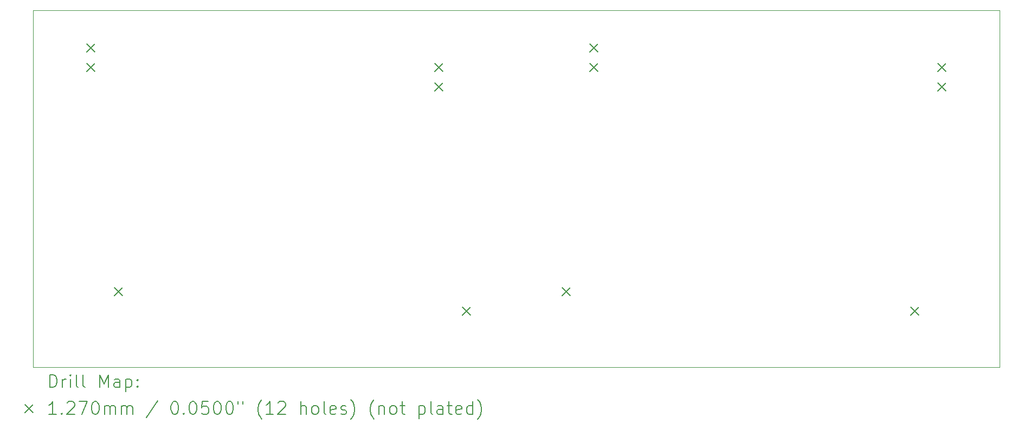
<source format=gbr>
%TF.GenerationSoftware,KiCad,Pcbnew,7.0.10*%
%TF.CreationDate,2024-12-17T00:04:27-07:00*%
%TF.ProjectId,DRXDaughterboard,44525844-6175-4676-9874-6572626f6172,1.1*%
%TF.SameCoordinates,Original*%
%TF.FileFunction,Drillmap*%
%TF.FilePolarity,Positive*%
%FSLAX45Y45*%
G04 Gerber Fmt 4.5, Leading zero omitted, Abs format (unit mm)*
G04 Created by KiCad (PCBNEW 7.0.10) date 2024-12-17 00:04:27*
%MOMM*%
%LPD*%
G01*
G04 APERTURE LIST*
%ADD10C,0.100000*%
%ADD11C,0.200000*%
%ADD12C,0.127000*%
G04 APERTURE END LIST*
D10*
X6675400Y-7018677D02*
X21767000Y-7018677D01*
X21767000Y-12593977D01*
X6675400Y-12593977D01*
X6675400Y-7018677D01*
D11*
D12*
X7507800Y-7539177D02*
X7634800Y-7666177D01*
X7634800Y-7539177D02*
X7507800Y-7666177D01*
X7507800Y-7844177D02*
X7634800Y-7971177D01*
X7634800Y-7844177D02*
X7507800Y-7971177D01*
X7938500Y-11349177D02*
X8065500Y-11476177D01*
X8065500Y-11349177D02*
X7938500Y-11476177D01*
X12945900Y-8149177D02*
X13072900Y-8276177D01*
X13072900Y-8149177D02*
X12945900Y-8276177D01*
X12946000Y-7844177D02*
X13073000Y-7971177D01*
X13073000Y-7844177D02*
X12946000Y-7971177D01*
X13376700Y-11654177D02*
X13503700Y-11781177D01*
X13503700Y-11654177D02*
X13376700Y-11781177D01*
X14938700Y-11349177D02*
X15065700Y-11476177D01*
X15065700Y-11349177D02*
X14938700Y-11476177D01*
X15369400Y-7539177D02*
X15496400Y-7666177D01*
X15496400Y-7539177D02*
X15369400Y-7666177D01*
X15369400Y-7844177D02*
X15496400Y-7971177D01*
X15496400Y-7844177D02*
X15369400Y-7971177D01*
X20376900Y-11654177D02*
X20503900Y-11781177D01*
X20503900Y-11654177D02*
X20376900Y-11781177D01*
X20807500Y-8149177D02*
X20934500Y-8276177D01*
X20934500Y-8149177D02*
X20807500Y-8276177D01*
X20807600Y-7844177D02*
X20934600Y-7971177D01*
X20934600Y-7844177D02*
X20807600Y-7971177D01*
D11*
X6931177Y-12910461D02*
X6931177Y-12710461D01*
X6931177Y-12710461D02*
X6978796Y-12710461D01*
X6978796Y-12710461D02*
X7007367Y-12719985D01*
X7007367Y-12719985D02*
X7026415Y-12739032D01*
X7026415Y-12739032D02*
X7035939Y-12758080D01*
X7035939Y-12758080D02*
X7045463Y-12796175D01*
X7045463Y-12796175D02*
X7045463Y-12824747D01*
X7045463Y-12824747D02*
X7035939Y-12862842D01*
X7035939Y-12862842D02*
X7026415Y-12881890D01*
X7026415Y-12881890D02*
X7007367Y-12900937D01*
X7007367Y-12900937D02*
X6978796Y-12910461D01*
X6978796Y-12910461D02*
X6931177Y-12910461D01*
X7131177Y-12910461D02*
X7131177Y-12777128D01*
X7131177Y-12815223D02*
X7140701Y-12796175D01*
X7140701Y-12796175D02*
X7150224Y-12786651D01*
X7150224Y-12786651D02*
X7169272Y-12777128D01*
X7169272Y-12777128D02*
X7188320Y-12777128D01*
X7254986Y-12910461D02*
X7254986Y-12777128D01*
X7254986Y-12710461D02*
X7245463Y-12719985D01*
X7245463Y-12719985D02*
X7254986Y-12729509D01*
X7254986Y-12729509D02*
X7264510Y-12719985D01*
X7264510Y-12719985D02*
X7254986Y-12710461D01*
X7254986Y-12710461D02*
X7254986Y-12729509D01*
X7378796Y-12910461D02*
X7359748Y-12900937D01*
X7359748Y-12900937D02*
X7350224Y-12881890D01*
X7350224Y-12881890D02*
X7350224Y-12710461D01*
X7483558Y-12910461D02*
X7464510Y-12900937D01*
X7464510Y-12900937D02*
X7454986Y-12881890D01*
X7454986Y-12881890D02*
X7454986Y-12710461D01*
X7712129Y-12910461D02*
X7712129Y-12710461D01*
X7712129Y-12710461D02*
X7778796Y-12853318D01*
X7778796Y-12853318D02*
X7845463Y-12710461D01*
X7845463Y-12710461D02*
X7845463Y-12910461D01*
X8026415Y-12910461D02*
X8026415Y-12805699D01*
X8026415Y-12805699D02*
X8016891Y-12786651D01*
X8016891Y-12786651D02*
X7997844Y-12777128D01*
X7997844Y-12777128D02*
X7959748Y-12777128D01*
X7959748Y-12777128D02*
X7940701Y-12786651D01*
X8026415Y-12900937D02*
X8007367Y-12910461D01*
X8007367Y-12910461D02*
X7959748Y-12910461D01*
X7959748Y-12910461D02*
X7940701Y-12900937D01*
X7940701Y-12900937D02*
X7931177Y-12881890D01*
X7931177Y-12881890D02*
X7931177Y-12862842D01*
X7931177Y-12862842D02*
X7940701Y-12843794D01*
X7940701Y-12843794D02*
X7959748Y-12834271D01*
X7959748Y-12834271D02*
X8007367Y-12834271D01*
X8007367Y-12834271D02*
X8026415Y-12824747D01*
X8121653Y-12777128D02*
X8121653Y-12977128D01*
X8121653Y-12786651D02*
X8140701Y-12777128D01*
X8140701Y-12777128D02*
X8178796Y-12777128D01*
X8178796Y-12777128D02*
X8197844Y-12786651D01*
X8197844Y-12786651D02*
X8207367Y-12796175D01*
X8207367Y-12796175D02*
X8216891Y-12815223D01*
X8216891Y-12815223D02*
X8216891Y-12872366D01*
X8216891Y-12872366D02*
X8207367Y-12891413D01*
X8207367Y-12891413D02*
X8197844Y-12900937D01*
X8197844Y-12900937D02*
X8178796Y-12910461D01*
X8178796Y-12910461D02*
X8140701Y-12910461D01*
X8140701Y-12910461D02*
X8121653Y-12900937D01*
X8302605Y-12891413D02*
X8312129Y-12900937D01*
X8312129Y-12900937D02*
X8302605Y-12910461D01*
X8302605Y-12910461D02*
X8293082Y-12900937D01*
X8293082Y-12900937D02*
X8302605Y-12891413D01*
X8302605Y-12891413D02*
X8302605Y-12910461D01*
X8302605Y-12786651D02*
X8312129Y-12796175D01*
X8312129Y-12796175D02*
X8302605Y-12805699D01*
X8302605Y-12805699D02*
X8293082Y-12796175D01*
X8293082Y-12796175D02*
X8302605Y-12786651D01*
X8302605Y-12786651D02*
X8302605Y-12805699D01*
D12*
X6543400Y-13175477D02*
X6670400Y-13302477D01*
X6670400Y-13175477D02*
X6543400Y-13302477D01*
D11*
X7035939Y-13330461D02*
X6921653Y-13330461D01*
X6978796Y-13330461D02*
X6978796Y-13130461D01*
X6978796Y-13130461D02*
X6959748Y-13159032D01*
X6959748Y-13159032D02*
X6940701Y-13178080D01*
X6940701Y-13178080D02*
X6921653Y-13187604D01*
X7121653Y-13311413D02*
X7131177Y-13320937D01*
X7131177Y-13320937D02*
X7121653Y-13330461D01*
X7121653Y-13330461D02*
X7112129Y-13320937D01*
X7112129Y-13320937D02*
X7121653Y-13311413D01*
X7121653Y-13311413D02*
X7121653Y-13330461D01*
X7207367Y-13149509D02*
X7216891Y-13139985D01*
X7216891Y-13139985D02*
X7235939Y-13130461D01*
X7235939Y-13130461D02*
X7283558Y-13130461D01*
X7283558Y-13130461D02*
X7302605Y-13139985D01*
X7302605Y-13139985D02*
X7312129Y-13149509D01*
X7312129Y-13149509D02*
X7321653Y-13168556D01*
X7321653Y-13168556D02*
X7321653Y-13187604D01*
X7321653Y-13187604D02*
X7312129Y-13216175D01*
X7312129Y-13216175D02*
X7197844Y-13330461D01*
X7197844Y-13330461D02*
X7321653Y-13330461D01*
X7388320Y-13130461D02*
X7521653Y-13130461D01*
X7521653Y-13130461D02*
X7435939Y-13330461D01*
X7635939Y-13130461D02*
X7654986Y-13130461D01*
X7654986Y-13130461D02*
X7674034Y-13139985D01*
X7674034Y-13139985D02*
X7683558Y-13149509D01*
X7683558Y-13149509D02*
X7693082Y-13168556D01*
X7693082Y-13168556D02*
X7702605Y-13206651D01*
X7702605Y-13206651D02*
X7702605Y-13254271D01*
X7702605Y-13254271D02*
X7693082Y-13292366D01*
X7693082Y-13292366D02*
X7683558Y-13311413D01*
X7683558Y-13311413D02*
X7674034Y-13320937D01*
X7674034Y-13320937D02*
X7654986Y-13330461D01*
X7654986Y-13330461D02*
X7635939Y-13330461D01*
X7635939Y-13330461D02*
X7616891Y-13320937D01*
X7616891Y-13320937D02*
X7607367Y-13311413D01*
X7607367Y-13311413D02*
X7597844Y-13292366D01*
X7597844Y-13292366D02*
X7588320Y-13254271D01*
X7588320Y-13254271D02*
X7588320Y-13206651D01*
X7588320Y-13206651D02*
X7597844Y-13168556D01*
X7597844Y-13168556D02*
X7607367Y-13149509D01*
X7607367Y-13149509D02*
X7616891Y-13139985D01*
X7616891Y-13139985D02*
X7635939Y-13130461D01*
X7788320Y-13330461D02*
X7788320Y-13197128D01*
X7788320Y-13216175D02*
X7797844Y-13206651D01*
X7797844Y-13206651D02*
X7816891Y-13197128D01*
X7816891Y-13197128D02*
X7845463Y-13197128D01*
X7845463Y-13197128D02*
X7864510Y-13206651D01*
X7864510Y-13206651D02*
X7874034Y-13225699D01*
X7874034Y-13225699D02*
X7874034Y-13330461D01*
X7874034Y-13225699D02*
X7883558Y-13206651D01*
X7883558Y-13206651D02*
X7902605Y-13197128D01*
X7902605Y-13197128D02*
X7931177Y-13197128D01*
X7931177Y-13197128D02*
X7950225Y-13206651D01*
X7950225Y-13206651D02*
X7959748Y-13225699D01*
X7959748Y-13225699D02*
X7959748Y-13330461D01*
X8054986Y-13330461D02*
X8054986Y-13197128D01*
X8054986Y-13216175D02*
X8064510Y-13206651D01*
X8064510Y-13206651D02*
X8083558Y-13197128D01*
X8083558Y-13197128D02*
X8112129Y-13197128D01*
X8112129Y-13197128D02*
X8131177Y-13206651D01*
X8131177Y-13206651D02*
X8140701Y-13225699D01*
X8140701Y-13225699D02*
X8140701Y-13330461D01*
X8140701Y-13225699D02*
X8150225Y-13206651D01*
X8150225Y-13206651D02*
X8169272Y-13197128D01*
X8169272Y-13197128D02*
X8197844Y-13197128D01*
X8197844Y-13197128D02*
X8216891Y-13206651D01*
X8216891Y-13206651D02*
X8226415Y-13225699D01*
X8226415Y-13225699D02*
X8226415Y-13330461D01*
X8616891Y-13120937D02*
X8445463Y-13378080D01*
X8874034Y-13130461D02*
X8893082Y-13130461D01*
X8893082Y-13130461D02*
X8912130Y-13139985D01*
X8912130Y-13139985D02*
X8921653Y-13149509D01*
X8921653Y-13149509D02*
X8931177Y-13168556D01*
X8931177Y-13168556D02*
X8940701Y-13206651D01*
X8940701Y-13206651D02*
X8940701Y-13254271D01*
X8940701Y-13254271D02*
X8931177Y-13292366D01*
X8931177Y-13292366D02*
X8921653Y-13311413D01*
X8921653Y-13311413D02*
X8912130Y-13320937D01*
X8912130Y-13320937D02*
X8893082Y-13330461D01*
X8893082Y-13330461D02*
X8874034Y-13330461D01*
X8874034Y-13330461D02*
X8854987Y-13320937D01*
X8854987Y-13320937D02*
X8845463Y-13311413D01*
X8845463Y-13311413D02*
X8835939Y-13292366D01*
X8835939Y-13292366D02*
X8826415Y-13254271D01*
X8826415Y-13254271D02*
X8826415Y-13206651D01*
X8826415Y-13206651D02*
X8835939Y-13168556D01*
X8835939Y-13168556D02*
X8845463Y-13149509D01*
X8845463Y-13149509D02*
X8854987Y-13139985D01*
X8854987Y-13139985D02*
X8874034Y-13130461D01*
X9026415Y-13311413D02*
X9035939Y-13320937D01*
X9035939Y-13320937D02*
X9026415Y-13330461D01*
X9026415Y-13330461D02*
X9016891Y-13320937D01*
X9016891Y-13320937D02*
X9026415Y-13311413D01*
X9026415Y-13311413D02*
X9026415Y-13330461D01*
X9159749Y-13130461D02*
X9178796Y-13130461D01*
X9178796Y-13130461D02*
X9197844Y-13139985D01*
X9197844Y-13139985D02*
X9207368Y-13149509D01*
X9207368Y-13149509D02*
X9216891Y-13168556D01*
X9216891Y-13168556D02*
X9226415Y-13206651D01*
X9226415Y-13206651D02*
X9226415Y-13254271D01*
X9226415Y-13254271D02*
X9216891Y-13292366D01*
X9216891Y-13292366D02*
X9207368Y-13311413D01*
X9207368Y-13311413D02*
X9197844Y-13320937D01*
X9197844Y-13320937D02*
X9178796Y-13330461D01*
X9178796Y-13330461D02*
X9159749Y-13330461D01*
X9159749Y-13330461D02*
X9140701Y-13320937D01*
X9140701Y-13320937D02*
X9131177Y-13311413D01*
X9131177Y-13311413D02*
X9121653Y-13292366D01*
X9121653Y-13292366D02*
X9112130Y-13254271D01*
X9112130Y-13254271D02*
X9112130Y-13206651D01*
X9112130Y-13206651D02*
X9121653Y-13168556D01*
X9121653Y-13168556D02*
X9131177Y-13149509D01*
X9131177Y-13149509D02*
X9140701Y-13139985D01*
X9140701Y-13139985D02*
X9159749Y-13130461D01*
X9407368Y-13130461D02*
X9312130Y-13130461D01*
X9312130Y-13130461D02*
X9302606Y-13225699D01*
X9302606Y-13225699D02*
X9312130Y-13216175D01*
X9312130Y-13216175D02*
X9331177Y-13206651D01*
X9331177Y-13206651D02*
X9378796Y-13206651D01*
X9378796Y-13206651D02*
X9397844Y-13216175D01*
X9397844Y-13216175D02*
X9407368Y-13225699D01*
X9407368Y-13225699D02*
X9416891Y-13244747D01*
X9416891Y-13244747D02*
X9416891Y-13292366D01*
X9416891Y-13292366D02*
X9407368Y-13311413D01*
X9407368Y-13311413D02*
X9397844Y-13320937D01*
X9397844Y-13320937D02*
X9378796Y-13330461D01*
X9378796Y-13330461D02*
X9331177Y-13330461D01*
X9331177Y-13330461D02*
X9312130Y-13320937D01*
X9312130Y-13320937D02*
X9302606Y-13311413D01*
X9540701Y-13130461D02*
X9559749Y-13130461D01*
X9559749Y-13130461D02*
X9578796Y-13139985D01*
X9578796Y-13139985D02*
X9588320Y-13149509D01*
X9588320Y-13149509D02*
X9597844Y-13168556D01*
X9597844Y-13168556D02*
X9607368Y-13206651D01*
X9607368Y-13206651D02*
X9607368Y-13254271D01*
X9607368Y-13254271D02*
X9597844Y-13292366D01*
X9597844Y-13292366D02*
X9588320Y-13311413D01*
X9588320Y-13311413D02*
X9578796Y-13320937D01*
X9578796Y-13320937D02*
X9559749Y-13330461D01*
X9559749Y-13330461D02*
X9540701Y-13330461D01*
X9540701Y-13330461D02*
X9521653Y-13320937D01*
X9521653Y-13320937D02*
X9512130Y-13311413D01*
X9512130Y-13311413D02*
X9502606Y-13292366D01*
X9502606Y-13292366D02*
X9493082Y-13254271D01*
X9493082Y-13254271D02*
X9493082Y-13206651D01*
X9493082Y-13206651D02*
X9502606Y-13168556D01*
X9502606Y-13168556D02*
X9512130Y-13149509D01*
X9512130Y-13149509D02*
X9521653Y-13139985D01*
X9521653Y-13139985D02*
X9540701Y-13130461D01*
X9731177Y-13130461D02*
X9750225Y-13130461D01*
X9750225Y-13130461D02*
X9769272Y-13139985D01*
X9769272Y-13139985D02*
X9778796Y-13149509D01*
X9778796Y-13149509D02*
X9788320Y-13168556D01*
X9788320Y-13168556D02*
X9797844Y-13206651D01*
X9797844Y-13206651D02*
X9797844Y-13254271D01*
X9797844Y-13254271D02*
X9788320Y-13292366D01*
X9788320Y-13292366D02*
X9778796Y-13311413D01*
X9778796Y-13311413D02*
X9769272Y-13320937D01*
X9769272Y-13320937D02*
X9750225Y-13330461D01*
X9750225Y-13330461D02*
X9731177Y-13330461D01*
X9731177Y-13330461D02*
X9712130Y-13320937D01*
X9712130Y-13320937D02*
X9702606Y-13311413D01*
X9702606Y-13311413D02*
X9693082Y-13292366D01*
X9693082Y-13292366D02*
X9683558Y-13254271D01*
X9683558Y-13254271D02*
X9683558Y-13206651D01*
X9683558Y-13206651D02*
X9693082Y-13168556D01*
X9693082Y-13168556D02*
X9702606Y-13149509D01*
X9702606Y-13149509D02*
X9712130Y-13139985D01*
X9712130Y-13139985D02*
X9731177Y-13130461D01*
X9874034Y-13130461D02*
X9874034Y-13168556D01*
X9950225Y-13130461D02*
X9950225Y-13168556D01*
X10245463Y-13406651D02*
X10235939Y-13397128D01*
X10235939Y-13397128D02*
X10216892Y-13368556D01*
X10216892Y-13368556D02*
X10207368Y-13349509D01*
X10207368Y-13349509D02*
X10197844Y-13320937D01*
X10197844Y-13320937D02*
X10188320Y-13273318D01*
X10188320Y-13273318D02*
X10188320Y-13235223D01*
X10188320Y-13235223D02*
X10197844Y-13187604D01*
X10197844Y-13187604D02*
X10207368Y-13159032D01*
X10207368Y-13159032D02*
X10216892Y-13139985D01*
X10216892Y-13139985D02*
X10235939Y-13111413D01*
X10235939Y-13111413D02*
X10245463Y-13101890D01*
X10426415Y-13330461D02*
X10312130Y-13330461D01*
X10369272Y-13330461D02*
X10369272Y-13130461D01*
X10369272Y-13130461D02*
X10350225Y-13159032D01*
X10350225Y-13159032D02*
X10331177Y-13178080D01*
X10331177Y-13178080D02*
X10312130Y-13187604D01*
X10502606Y-13149509D02*
X10512130Y-13139985D01*
X10512130Y-13139985D02*
X10531177Y-13130461D01*
X10531177Y-13130461D02*
X10578796Y-13130461D01*
X10578796Y-13130461D02*
X10597844Y-13139985D01*
X10597844Y-13139985D02*
X10607368Y-13149509D01*
X10607368Y-13149509D02*
X10616892Y-13168556D01*
X10616892Y-13168556D02*
X10616892Y-13187604D01*
X10616892Y-13187604D02*
X10607368Y-13216175D01*
X10607368Y-13216175D02*
X10493082Y-13330461D01*
X10493082Y-13330461D02*
X10616892Y-13330461D01*
X10854987Y-13330461D02*
X10854987Y-13130461D01*
X10940701Y-13330461D02*
X10940701Y-13225699D01*
X10940701Y-13225699D02*
X10931177Y-13206651D01*
X10931177Y-13206651D02*
X10912130Y-13197128D01*
X10912130Y-13197128D02*
X10883558Y-13197128D01*
X10883558Y-13197128D02*
X10864511Y-13206651D01*
X10864511Y-13206651D02*
X10854987Y-13216175D01*
X11064511Y-13330461D02*
X11045463Y-13320937D01*
X11045463Y-13320937D02*
X11035939Y-13311413D01*
X11035939Y-13311413D02*
X11026415Y-13292366D01*
X11026415Y-13292366D02*
X11026415Y-13235223D01*
X11026415Y-13235223D02*
X11035939Y-13216175D01*
X11035939Y-13216175D02*
X11045463Y-13206651D01*
X11045463Y-13206651D02*
X11064511Y-13197128D01*
X11064511Y-13197128D02*
X11093082Y-13197128D01*
X11093082Y-13197128D02*
X11112130Y-13206651D01*
X11112130Y-13206651D02*
X11121654Y-13216175D01*
X11121654Y-13216175D02*
X11131177Y-13235223D01*
X11131177Y-13235223D02*
X11131177Y-13292366D01*
X11131177Y-13292366D02*
X11121654Y-13311413D01*
X11121654Y-13311413D02*
X11112130Y-13320937D01*
X11112130Y-13320937D02*
X11093082Y-13330461D01*
X11093082Y-13330461D02*
X11064511Y-13330461D01*
X11245463Y-13330461D02*
X11226415Y-13320937D01*
X11226415Y-13320937D02*
X11216892Y-13301890D01*
X11216892Y-13301890D02*
X11216892Y-13130461D01*
X11397844Y-13320937D02*
X11378796Y-13330461D01*
X11378796Y-13330461D02*
X11340701Y-13330461D01*
X11340701Y-13330461D02*
X11321653Y-13320937D01*
X11321653Y-13320937D02*
X11312130Y-13301890D01*
X11312130Y-13301890D02*
X11312130Y-13225699D01*
X11312130Y-13225699D02*
X11321653Y-13206651D01*
X11321653Y-13206651D02*
X11340701Y-13197128D01*
X11340701Y-13197128D02*
X11378796Y-13197128D01*
X11378796Y-13197128D02*
X11397844Y-13206651D01*
X11397844Y-13206651D02*
X11407368Y-13225699D01*
X11407368Y-13225699D02*
X11407368Y-13244747D01*
X11407368Y-13244747D02*
X11312130Y-13263794D01*
X11483558Y-13320937D02*
X11502606Y-13330461D01*
X11502606Y-13330461D02*
X11540701Y-13330461D01*
X11540701Y-13330461D02*
X11559749Y-13320937D01*
X11559749Y-13320937D02*
X11569273Y-13301890D01*
X11569273Y-13301890D02*
X11569273Y-13292366D01*
X11569273Y-13292366D02*
X11559749Y-13273318D01*
X11559749Y-13273318D02*
X11540701Y-13263794D01*
X11540701Y-13263794D02*
X11512130Y-13263794D01*
X11512130Y-13263794D02*
X11493082Y-13254271D01*
X11493082Y-13254271D02*
X11483558Y-13235223D01*
X11483558Y-13235223D02*
X11483558Y-13225699D01*
X11483558Y-13225699D02*
X11493082Y-13206651D01*
X11493082Y-13206651D02*
X11512130Y-13197128D01*
X11512130Y-13197128D02*
X11540701Y-13197128D01*
X11540701Y-13197128D02*
X11559749Y-13206651D01*
X11635939Y-13406651D02*
X11645463Y-13397128D01*
X11645463Y-13397128D02*
X11664511Y-13368556D01*
X11664511Y-13368556D02*
X11674034Y-13349509D01*
X11674034Y-13349509D02*
X11683558Y-13320937D01*
X11683558Y-13320937D02*
X11693082Y-13273318D01*
X11693082Y-13273318D02*
X11693082Y-13235223D01*
X11693082Y-13235223D02*
X11683558Y-13187604D01*
X11683558Y-13187604D02*
X11674034Y-13159032D01*
X11674034Y-13159032D02*
X11664511Y-13139985D01*
X11664511Y-13139985D02*
X11645463Y-13111413D01*
X11645463Y-13111413D02*
X11635939Y-13101890D01*
X11997844Y-13406651D02*
X11988320Y-13397128D01*
X11988320Y-13397128D02*
X11969273Y-13368556D01*
X11969273Y-13368556D02*
X11959749Y-13349509D01*
X11959749Y-13349509D02*
X11950225Y-13320937D01*
X11950225Y-13320937D02*
X11940701Y-13273318D01*
X11940701Y-13273318D02*
X11940701Y-13235223D01*
X11940701Y-13235223D02*
X11950225Y-13187604D01*
X11950225Y-13187604D02*
X11959749Y-13159032D01*
X11959749Y-13159032D02*
X11969273Y-13139985D01*
X11969273Y-13139985D02*
X11988320Y-13111413D01*
X11988320Y-13111413D02*
X11997844Y-13101890D01*
X12074034Y-13197128D02*
X12074034Y-13330461D01*
X12074034Y-13216175D02*
X12083558Y-13206651D01*
X12083558Y-13206651D02*
X12102606Y-13197128D01*
X12102606Y-13197128D02*
X12131177Y-13197128D01*
X12131177Y-13197128D02*
X12150225Y-13206651D01*
X12150225Y-13206651D02*
X12159749Y-13225699D01*
X12159749Y-13225699D02*
X12159749Y-13330461D01*
X12283558Y-13330461D02*
X12264511Y-13320937D01*
X12264511Y-13320937D02*
X12254987Y-13311413D01*
X12254987Y-13311413D02*
X12245463Y-13292366D01*
X12245463Y-13292366D02*
X12245463Y-13235223D01*
X12245463Y-13235223D02*
X12254987Y-13216175D01*
X12254987Y-13216175D02*
X12264511Y-13206651D01*
X12264511Y-13206651D02*
X12283558Y-13197128D01*
X12283558Y-13197128D02*
X12312130Y-13197128D01*
X12312130Y-13197128D02*
X12331177Y-13206651D01*
X12331177Y-13206651D02*
X12340701Y-13216175D01*
X12340701Y-13216175D02*
X12350225Y-13235223D01*
X12350225Y-13235223D02*
X12350225Y-13292366D01*
X12350225Y-13292366D02*
X12340701Y-13311413D01*
X12340701Y-13311413D02*
X12331177Y-13320937D01*
X12331177Y-13320937D02*
X12312130Y-13330461D01*
X12312130Y-13330461D02*
X12283558Y-13330461D01*
X12407368Y-13197128D02*
X12483558Y-13197128D01*
X12435939Y-13130461D02*
X12435939Y-13301890D01*
X12435939Y-13301890D02*
X12445463Y-13320937D01*
X12445463Y-13320937D02*
X12464511Y-13330461D01*
X12464511Y-13330461D02*
X12483558Y-13330461D01*
X12702606Y-13197128D02*
X12702606Y-13397128D01*
X12702606Y-13206651D02*
X12721654Y-13197128D01*
X12721654Y-13197128D02*
X12759749Y-13197128D01*
X12759749Y-13197128D02*
X12778796Y-13206651D01*
X12778796Y-13206651D02*
X12788320Y-13216175D01*
X12788320Y-13216175D02*
X12797844Y-13235223D01*
X12797844Y-13235223D02*
X12797844Y-13292366D01*
X12797844Y-13292366D02*
X12788320Y-13311413D01*
X12788320Y-13311413D02*
X12778796Y-13320937D01*
X12778796Y-13320937D02*
X12759749Y-13330461D01*
X12759749Y-13330461D02*
X12721654Y-13330461D01*
X12721654Y-13330461D02*
X12702606Y-13320937D01*
X12912130Y-13330461D02*
X12893082Y-13320937D01*
X12893082Y-13320937D02*
X12883558Y-13301890D01*
X12883558Y-13301890D02*
X12883558Y-13130461D01*
X13074035Y-13330461D02*
X13074035Y-13225699D01*
X13074035Y-13225699D02*
X13064511Y-13206651D01*
X13064511Y-13206651D02*
X13045463Y-13197128D01*
X13045463Y-13197128D02*
X13007368Y-13197128D01*
X13007368Y-13197128D02*
X12988320Y-13206651D01*
X13074035Y-13320937D02*
X13054987Y-13330461D01*
X13054987Y-13330461D02*
X13007368Y-13330461D01*
X13007368Y-13330461D02*
X12988320Y-13320937D01*
X12988320Y-13320937D02*
X12978796Y-13301890D01*
X12978796Y-13301890D02*
X12978796Y-13282842D01*
X12978796Y-13282842D02*
X12988320Y-13263794D01*
X12988320Y-13263794D02*
X13007368Y-13254271D01*
X13007368Y-13254271D02*
X13054987Y-13254271D01*
X13054987Y-13254271D02*
X13074035Y-13244747D01*
X13140701Y-13197128D02*
X13216892Y-13197128D01*
X13169273Y-13130461D02*
X13169273Y-13301890D01*
X13169273Y-13301890D02*
X13178796Y-13320937D01*
X13178796Y-13320937D02*
X13197844Y-13330461D01*
X13197844Y-13330461D02*
X13216892Y-13330461D01*
X13359749Y-13320937D02*
X13340701Y-13330461D01*
X13340701Y-13330461D02*
X13302606Y-13330461D01*
X13302606Y-13330461D02*
X13283558Y-13320937D01*
X13283558Y-13320937D02*
X13274035Y-13301890D01*
X13274035Y-13301890D02*
X13274035Y-13225699D01*
X13274035Y-13225699D02*
X13283558Y-13206651D01*
X13283558Y-13206651D02*
X13302606Y-13197128D01*
X13302606Y-13197128D02*
X13340701Y-13197128D01*
X13340701Y-13197128D02*
X13359749Y-13206651D01*
X13359749Y-13206651D02*
X13369273Y-13225699D01*
X13369273Y-13225699D02*
X13369273Y-13244747D01*
X13369273Y-13244747D02*
X13274035Y-13263794D01*
X13540701Y-13330461D02*
X13540701Y-13130461D01*
X13540701Y-13320937D02*
X13521654Y-13330461D01*
X13521654Y-13330461D02*
X13483558Y-13330461D01*
X13483558Y-13330461D02*
X13464511Y-13320937D01*
X13464511Y-13320937D02*
X13454987Y-13311413D01*
X13454987Y-13311413D02*
X13445463Y-13292366D01*
X13445463Y-13292366D02*
X13445463Y-13235223D01*
X13445463Y-13235223D02*
X13454987Y-13216175D01*
X13454987Y-13216175D02*
X13464511Y-13206651D01*
X13464511Y-13206651D02*
X13483558Y-13197128D01*
X13483558Y-13197128D02*
X13521654Y-13197128D01*
X13521654Y-13197128D02*
X13540701Y-13206651D01*
X13616892Y-13406651D02*
X13626416Y-13397128D01*
X13626416Y-13397128D02*
X13645463Y-13368556D01*
X13645463Y-13368556D02*
X13654987Y-13349509D01*
X13654987Y-13349509D02*
X13664511Y-13320937D01*
X13664511Y-13320937D02*
X13674035Y-13273318D01*
X13674035Y-13273318D02*
X13674035Y-13235223D01*
X13674035Y-13235223D02*
X13664511Y-13187604D01*
X13664511Y-13187604D02*
X13654987Y-13159032D01*
X13654987Y-13159032D02*
X13645463Y-13139985D01*
X13645463Y-13139985D02*
X13626416Y-13111413D01*
X13626416Y-13111413D02*
X13616892Y-13101890D01*
M02*

</source>
